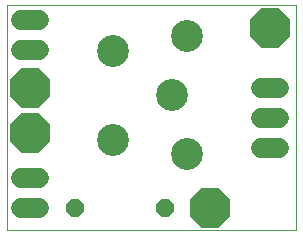
<source format=gbs>
G75*
%MOIN*%
%OFA0B0*%
%FSLAX25Y25*%
%IPPOS*%
%LPD*%
%AMOC8*
5,1,8,0,0,1.08239X$1,22.5*
%
%ADD10C,0.00000*%
%ADD11OC8,0.13300*%
%ADD12C,0.10643*%
%ADD13C,0.06800*%
%ADD14OC8,0.06000*%
D10*
X0003000Y0003125D02*
X0003000Y0078086D01*
X0099201Y0078086D01*
X0099201Y0003125D01*
X0003000Y0003125D01*
D11*
X0010500Y0035625D03*
X0010500Y0050625D03*
X0070500Y0010625D03*
X0090500Y0070625D03*
D12*
X0063000Y0067810D03*
X0058079Y0048125D03*
X0038394Y0033361D03*
X0063000Y0028440D03*
X0038394Y0062889D03*
D13*
X0013500Y0063125D02*
X0007500Y0063125D01*
X0007500Y0073125D02*
X0013500Y0073125D01*
X0013500Y0020625D02*
X0007500Y0020625D01*
X0007500Y0010625D02*
X0013500Y0010625D01*
X0087500Y0030625D02*
X0093500Y0030625D01*
X0093500Y0040625D02*
X0087500Y0040625D01*
X0087500Y0050625D02*
X0093500Y0050625D01*
D14*
X0055500Y0010625D03*
X0025500Y0010625D03*
M02*

</source>
